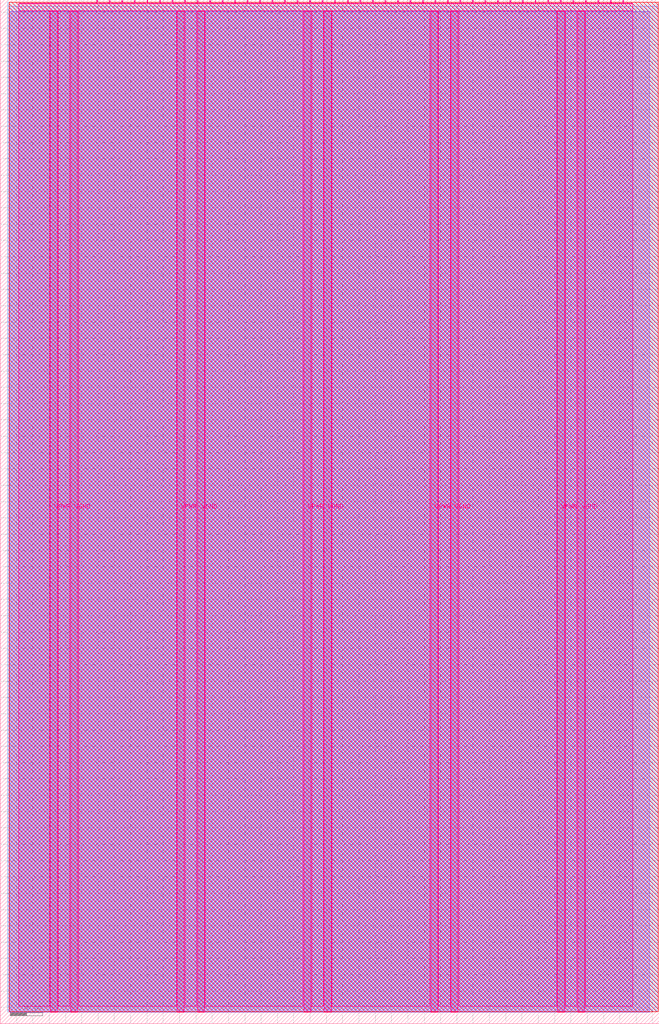
<source format=lef>
VERSION 5.7 ;
  NOWIREEXTENSIONATPIN ON ;
  DIVIDERCHAR "/" ;
  BUSBITCHARS "[]" ;
MACRO tt_um_MichaelBell_canon
  CLASS BLOCK ;
  FOREIGN tt_um_MichaelBell_canon ;
  ORIGIN 0.000 0.000 ;
  SIZE 202.080 BY 313.740 ;
  PIN VGND
    DIRECTION INOUT ;
    USE GROUND ;
    PORT
      LAYER Metal5 ;
        RECT 21.580 3.560 23.780 310.180 ;
    END
    PORT
      LAYER Metal5 ;
        RECT 60.450 3.560 62.650 310.180 ;
    END
    PORT
      LAYER Metal5 ;
        RECT 99.320 3.560 101.520 310.180 ;
    END
    PORT
      LAYER Metal5 ;
        RECT 138.190 3.560 140.390 310.180 ;
    END
    PORT
      LAYER Metal5 ;
        RECT 177.060 3.560 179.260 310.180 ;
    END
  END VGND
  PIN VPWR
    DIRECTION INOUT ;
    USE POWER ;
    PORT
      LAYER Metal5 ;
        RECT 15.380 3.560 17.580 310.180 ;
    END
    PORT
      LAYER Metal5 ;
        RECT 54.250 3.560 56.450 310.180 ;
    END
    PORT
      LAYER Metal5 ;
        RECT 93.120 3.560 95.320 310.180 ;
    END
    PORT
      LAYER Metal5 ;
        RECT 131.990 3.560 134.190 310.180 ;
    END
    PORT
      LAYER Metal5 ;
        RECT 170.860 3.560 173.060 310.180 ;
    END
  END VPWR
  PIN clk
    DIRECTION INPUT ;
    USE SIGNAL ;
    ANTENNAGATEAREA 0.426400 ;
    PORT
      LAYER Metal5 ;
        RECT 187.050 312.740 187.350 313.740 ;
    END
  END clk
  PIN ena
    DIRECTION INPUT ;
    USE SIGNAL ;
    PORT
      LAYER Metal5 ;
        RECT 190.890 312.740 191.190 313.740 ;
    END
  END ena
  PIN rst_n
    DIRECTION INPUT ;
    USE SIGNAL ;
    ANTENNAGATEAREA 0.314600 ;
    PORT
      LAYER Metal5 ;
        RECT 183.210 312.740 183.510 313.740 ;
    END
  END rst_n
  PIN ui_in[0]
    DIRECTION INPUT ;
    USE SIGNAL ;
    ANTENNAGATEAREA 0.213200 ;
    PORT
      LAYER Metal5 ;
        RECT 179.370 312.740 179.670 313.740 ;
    END
  END ui_in[0]
  PIN ui_in[1]
    DIRECTION INPUT ;
    USE SIGNAL ;
    ANTENNAGATEAREA 0.314600 ;
    PORT
      LAYER Metal5 ;
        RECT 175.530 312.740 175.830 313.740 ;
    END
  END ui_in[1]
  PIN ui_in[2]
    DIRECTION INPUT ;
    USE SIGNAL ;
    ANTENNAGATEAREA 0.180700 ;
    PORT
      LAYER Metal5 ;
        RECT 171.690 312.740 171.990 313.740 ;
    END
  END ui_in[2]
  PIN ui_in[3]
    DIRECTION INPUT ;
    USE SIGNAL ;
    ANTENNAGATEAREA 0.180700 ;
    PORT
      LAYER Metal5 ;
        RECT 167.850 312.740 168.150 313.740 ;
    END
  END ui_in[3]
  PIN ui_in[4]
    DIRECTION INPUT ;
    USE SIGNAL ;
    ANTENNAGATEAREA 0.180700 ;
    PORT
      LAYER Metal5 ;
        RECT 164.010 312.740 164.310 313.740 ;
    END
  END ui_in[4]
  PIN ui_in[5]
    DIRECTION INPUT ;
    USE SIGNAL ;
    ANTENNAGATEAREA 0.180700 ;
    PORT
      LAYER Metal5 ;
        RECT 160.170 312.740 160.470 313.740 ;
    END
  END ui_in[5]
  PIN ui_in[6]
    DIRECTION INPUT ;
    USE SIGNAL ;
    ANTENNAGATEAREA 0.180700 ;
    PORT
      LAYER Metal5 ;
        RECT 156.330 312.740 156.630 313.740 ;
    END
  END ui_in[6]
  PIN ui_in[7]
    DIRECTION INPUT ;
    USE SIGNAL ;
    ANTENNAGATEAREA 0.180700 ;
    PORT
      LAYER Metal5 ;
        RECT 152.490 312.740 152.790 313.740 ;
    END
  END ui_in[7]
  PIN uio_in[0]
    DIRECTION INPUT ;
    USE SIGNAL ;
    PORT
      LAYER Metal5 ;
        RECT 148.650 312.740 148.950 313.740 ;
    END
  END uio_in[0]
  PIN uio_in[1]
    DIRECTION INPUT ;
    USE SIGNAL ;
    PORT
      LAYER Metal5 ;
        RECT 144.810 312.740 145.110 313.740 ;
    END
  END uio_in[1]
  PIN uio_in[2]
    DIRECTION INPUT ;
    USE SIGNAL ;
    PORT
      LAYER Metal5 ;
        RECT 140.970 312.740 141.270 313.740 ;
    END
  END uio_in[2]
  PIN uio_in[3]
    DIRECTION INPUT ;
    USE SIGNAL ;
    PORT
      LAYER Metal5 ;
        RECT 137.130 312.740 137.430 313.740 ;
    END
  END uio_in[3]
  PIN uio_in[4]
    DIRECTION INPUT ;
    USE SIGNAL ;
    PORT
      LAYER Metal5 ;
        RECT 133.290 312.740 133.590 313.740 ;
    END
  END uio_in[4]
  PIN uio_in[5]
    DIRECTION INPUT ;
    USE SIGNAL ;
    PORT
      LAYER Metal5 ;
        RECT 129.450 312.740 129.750 313.740 ;
    END
  END uio_in[5]
  PIN uio_in[6]
    DIRECTION INPUT ;
    USE SIGNAL ;
    PORT
      LAYER Metal5 ;
        RECT 125.610 312.740 125.910 313.740 ;
    END
  END uio_in[6]
  PIN uio_in[7]
    DIRECTION INPUT ;
    USE SIGNAL ;
    PORT
      LAYER Metal5 ;
        RECT 121.770 312.740 122.070 313.740 ;
    END
  END uio_in[7]
  PIN uio_oe[0]
    DIRECTION OUTPUT ;
    USE SIGNAL ;
    ANTENNADIFFAREA 0.299200 ;
    PORT
      LAYER Metal5 ;
        RECT 56.490 312.740 56.790 313.740 ;
    END
  END uio_oe[0]
  PIN uio_oe[1]
    DIRECTION OUTPUT ;
    USE SIGNAL ;
    ANTENNADIFFAREA 0.299200 ;
    PORT
      LAYER Metal5 ;
        RECT 52.650 312.740 52.950 313.740 ;
    END
  END uio_oe[1]
  PIN uio_oe[2]
    DIRECTION OUTPUT ;
    USE SIGNAL ;
    ANTENNADIFFAREA 0.299200 ;
    PORT
      LAYER Metal5 ;
        RECT 48.810 312.740 49.110 313.740 ;
    END
  END uio_oe[2]
  PIN uio_oe[3]
    DIRECTION OUTPUT ;
    USE SIGNAL ;
    ANTENNADIFFAREA 0.299200 ;
    PORT
      LAYER Metal5 ;
        RECT 44.970 312.740 45.270 313.740 ;
    END
  END uio_oe[3]
  PIN uio_oe[4]
    DIRECTION OUTPUT ;
    USE SIGNAL ;
    ANTENNADIFFAREA 0.299200 ;
    PORT
      LAYER Metal5 ;
        RECT 41.130 312.740 41.430 313.740 ;
    END
  END uio_oe[4]
  PIN uio_oe[5]
    DIRECTION OUTPUT ;
    USE SIGNAL ;
    ANTENNADIFFAREA 0.299200 ;
    PORT
      LAYER Metal5 ;
        RECT 37.290 312.740 37.590 313.740 ;
    END
  END uio_oe[5]
  PIN uio_oe[6]
    DIRECTION OUTPUT ;
    USE SIGNAL ;
    ANTENNADIFFAREA 0.299200 ;
    PORT
      LAYER Metal5 ;
        RECT 33.450 312.740 33.750 313.740 ;
    END
  END uio_oe[6]
  PIN uio_oe[7]
    DIRECTION OUTPUT ;
    USE SIGNAL ;
    ANTENNADIFFAREA 0.392700 ;
    PORT
      LAYER Metal5 ;
        RECT 29.610 312.740 29.910 313.740 ;
    END
  END uio_oe[7]
  PIN uio_out[0]
    DIRECTION OUTPUT ;
    USE SIGNAL ;
    ANTENNADIFFAREA 0.299200 ;
    PORT
      LAYER Metal5 ;
        RECT 87.210 312.740 87.510 313.740 ;
    END
  END uio_out[0]
  PIN uio_out[1]
    DIRECTION OUTPUT ;
    USE SIGNAL ;
    ANTENNADIFFAREA 0.299200 ;
    PORT
      LAYER Metal5 ;
        RECT 83.370 312.740 83.670 313.740 ;
    END
  END uio_out[1]
  PIN uio_out[2]
    DIRECTION OUTPUT ;
    USE SIGNAL ;
    ANTENNADIFFAREA 0.299200 ;
    PORT
      LAYER Metal5 ;
        RECT 79.530 312.740 79.830 313.740 ;
    END
  END uio_out[2]
  PIN uio_out[3]
    DIRECTION OUTPUT ;
    USE SIGNAL ;
    ANTENNADIFFAREA 0.299200 ;
    PORT
      LAYER Metal5 ;
        RECT 75.690 312.740 75.990 313.740 ;
    END
  END uio_out[3]
  PIN uio_out[4]
    DIRECTION OUTPUT ;
    USE SIGNAL ;
    ANTENNADIFFAREA 0.299200 ;
    PORT
      LAYER Metal5 ;
        RECT 71.850 312.740 72.150 313.740 ;
    END
  END uio_out[4]
  PIN uio_out[5]
    DIRECTION OUTPUT ;
    USE SIGNAL ;
    ANTENNADIFFAREA 0.299200 ;
    PORT
      LAYER Metal5 ;
        RECT 68.010 312.740 68.310 313.740 ;
    END
  END uio_out[5]
  PIN uio_out[6]
    DIRECTION OUTPUT ;
    USE SIGNAL ;
    ANTENNADIFFAREA 0.299200 ;
    PORT
      LAYER Metal5 ;
        RECT 64.170 312.740 64.470 313.740 ;
    END
  END uio_out[6]
  PIN uio_out[7]
    DIRECTION OUTPUT ;
    USE SIGNAL ;
    ANTENNADIFFAREA 0.706800 ;
    PORT
      LAYER Metal5 ;
        RECT 60.330 312.740 60.630 313.740 ;
    END
  END uio_out[7]
  PIN uo_out[0]
    DIRECTION OUTPUT ;
    USE SIGNAL ;
    ANTENNADIFFAREA 0.632400 ;
    PORT
      LAYER Metal5 ;
        RECT 117.930 312.740 118.230 313.740 ;
    END
  END uo_out[0]
  PIN uo_out[1]
    DIRECTION OUTPUT ;
    USE SIGNAL ;
    ANTENNADIFFAREA 0.706800 ;
    PORT
      LAYER Metal5 ;
        RECT 114.090 312.740 114.390 313.740 ;
    END
  END uo_out[1]
  PIN uo_out[2]
    DIRECTION OUTPUT ;
    USE SIGNAL ;
    ANTENNADIFFAREA 0.632400 ;
    PORT
      LAYER Metal5 ;
        RECT 110.250 312.740 110.550 313.740 ;
    END
  END uo_out[2]
  PIN uo_out[3]
    DIRECTION OUTPUT ;
    USE SIGNAL ;
    ANTENNADIFFAREA 0.654800 ;
    PORT
      LAYER Metal5 ;
        RECT 106.410 312.740 106.710 313.740 ;
    END
  END uo_out[3]
  PIN uo_out[4]
    DIRECTION OUTPUT ;
    USE SIGNAL ;
    ANTENNADIFFAREA 0.632400 ;
    PORT
      LAYER Metal5 ;
        RECT 102.570 312.740 102.870 313.740 ;
    END
  END uo_out[4]
  PIN uo_out[5]
    DIRECTION OUTPUT ;
    USE SIGNAL ;
    ANTENNADIFFAREA 0.632400 ;
    PORT
      LAYER Metal5 ;
        RECT 98.730 312.740 99.030 313.740 ;
    END
  END uo_out[5]
  PIN uo_out[6]
    DIRECTION OUTPUT ;
    USE SIGNAL ;
    ANTENNADIFFAREA 0.632400 ;
    PORT
      LAYER Metal5 ;
        RECT 94.890 312.740 95.190 313.740 ;
    END
  END uo_out[6]
  PIN uo_out[7]
    DIRECTION OUTPUT ;
    USE SIGNAL ;
    ANTENNADIFFAREA 0.706800 ;
    PORT
      LAYER Metal5 ;
        RECT 91.050 312.740 91.350 313.740 ;
    END
  END uo_out[7]
  OBS
      LAYER GatPoly ;
        RECT 2.880 3.630 199.200 310.110 ;
      LAYER Metal1 ;
        RECT 2.880 3.560 199.200 310.180 ;
      LAYER Metal2 ;
        RECT 2.255 3.680 201.745 311.740 ;
      LAYER Metal3 ;
        RECT 2.300 3.635 201.700 313.045 ;
      LAYER Metal4 ;
        RECT 2.735 3.680 201.745 313.000 ;
      LAYER Metal5 ;
        RECT 5.660 312.530 29.400 312.740 ;
        RECT 30.120 312.530 33.240 312.740 ;
        RECT 33.960 312.530 37.080 312.740 ;
        RECT 37.800 312.530 40.920 312.740 ;
        RECT 41.640 312.530 44.760 312.740 ;
        RECT 45.480 312.530 48.600 312.740 ;
        RECT 49.320 312.530 52.440 312.740 ;
        RECT 53.160 312.530 56.280 312.740 ;
        RECT 57.000 312.530 60.120 312.740 ;
        RECT 60.840 312.530 63.960 312.740 ;
        RECT 64.680 312.530 67.800 312.740 ;
        RECT 68.520 312.530 71.640 312.740 ;
        RECT 72.360 312.530 75.480 312.740 ;
        RECT 76.200 312.530 79.320 312.740 ;
        RECT 80.040 312.530 83.160 312.740 ;
        RECT 83.880 312.530 87.000 312.740 ;
        RECT 87.720 312.530 90.840 312.740 ;
        RECT 91.560 312.530 94.680 312.740 ;
        RECT 95.400 312.530 98.520 312.740 ;
        RECT 99.240 312.530 102.360 312.740 ;
        RECT 103.080 312.530 106.200 312.740 ;
        RECT 106.920 312.530 110.040 312.740 ;
        RECT 110.760 312.530 113.880 312.740 ;
        RECT 114.600 312.530 117.720 312.740 ;
        RECT 118.440 312.530 121.560 312.740 ;
        RECT 122.280 312.530 125.400 312.740 ;
        RECT 126.120 312.530 129.240 312.740 ;
        RECT 129.960 312.530 133.080 312.740 ;
        RECT 133.800 312.530 136.920 312.740 ;
        RECT 137.640 312.530 140.760 312.740 ;
        RECT 141.480 312.530 144.600 312.740 ;
        RECT 145.320 312.530 148.440 312.740 ;
        RECT 149.160 312.530 152.280 312.740 ;
        RECT 153.000 312.530 156.120 312.740 ;
        RECT 156.840 312.530 159.960 312.740 ;
        RECT 160.680 312.530 163.800 312.740 ;
        RECT 164.520 312.530 167.640 312.740 ;
        RECT 168.360 312.530 171.480 312.740 ;
        RECT 172.200 312.530 175.320 312.740 ;
        RECT 176.040 312.530 179.160 312.740 ;
        RECT 179.880 312.530 183.000 312.740 ;
        RECT 183.720 312.530 186.840 312.740 ;
        RECT 187.560 312.530 190.680 312.740 ;
        RECT 191.400 312.530 194.020 312.740 ;
        RECT 5.660 310.390 194.020 312.530 ;
        RECT 5.660 5.315 15.170 310.390 ;
        RECT 17.790 5.315 21.370 310.390 ;
        RECT 23.990 5.315 54.040 310.390 ;
        RECT 56.660 5.315 60.240 310.390 ;
        RECT 62.860 5.315 92.910 310.390 ;
        RECT 95.530 5.315 99.110 310.390 ;
        RECT 101.730 5.315 131.780 310.390 ;
        RECT 134.400 5.315 137.980 310.390 ;
        RECT 140.600 5.315 170.650 310.390 ;
        RECT 173.270 5.315 176.850 310.390 ;
        RECT 179.470 5.315 194.020 310.390 ;
  END
END tt_um_MichaelBell_canon
END LIBRARY


</source>
